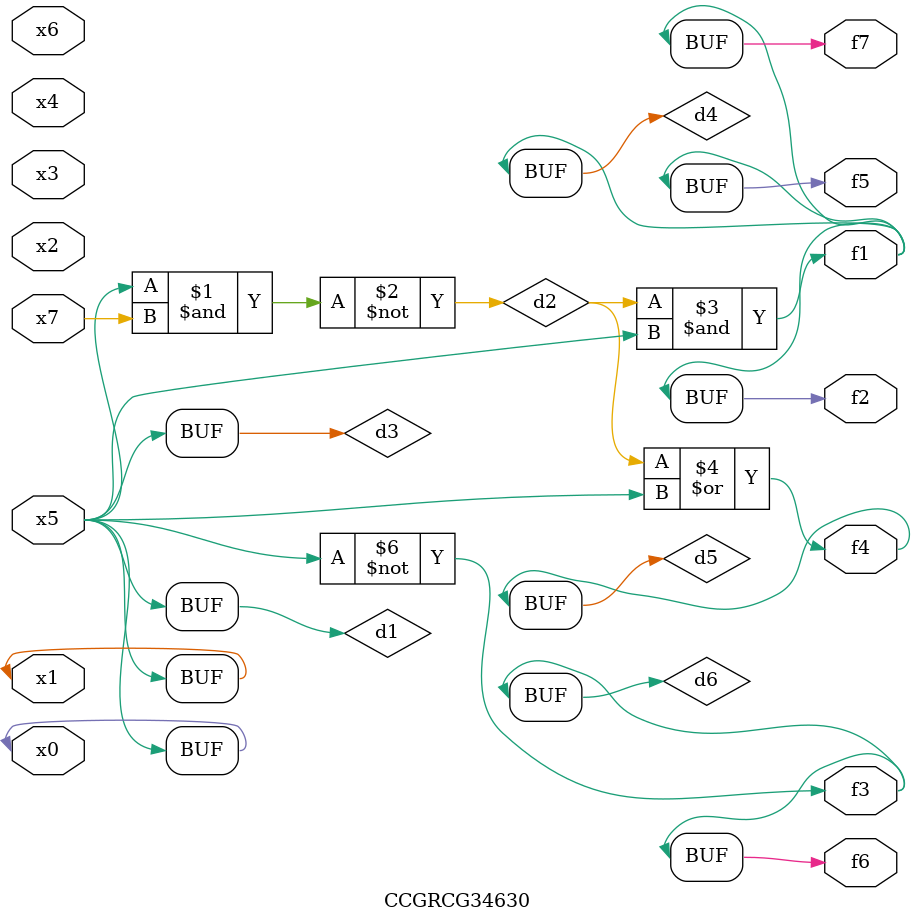
<source format=v>
module CCGRCG34630(
	input x0, x1, x2, x3, x4, x5, x6, x7,
	output f1, f2, f3, f4, f5, f6, f7
);

	wire d1, d2, d3, d4, d5, d6;

	buf (d1, x0, x5);
	nand (d2, x5, x7);
	buf (d3, x0, x1);
	and (d4, d2, d3);
	or (d5, d2, d3);
	nor (d6, d1, d3);
	assign f1 = d4;
	assign f2 = d4;
	assign f3 = d6;
	assign f4 = d5;
	assign f5 = d4;
	assign f6 = d6;
	assign f7 = d4;
endmodule

</source>
